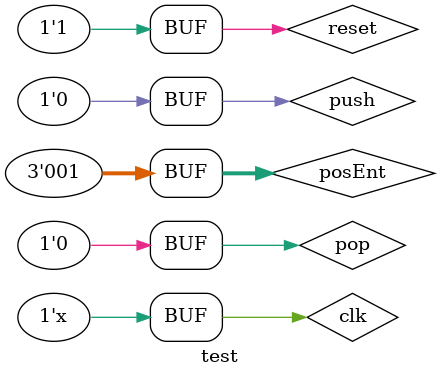
<source format=v>
`timescale 1ns / 1ps


module test;

	// Inputs
	reg clk;
	reg reset;
	reg [2:0] posEnt;
	reg push;
	reg pop;

	// Outputs
	wire [2:0] posSal;
	wire ptr;//lo puse para verificar en la simulación si lo suma o resta

	// Instantiate the Unit Under Test (UUT)
	body_stack uut (
		.clk(clk), 
		.reset(reset), 
		.posEnt(posEnt), 
		.posSal(posSal), 
		.push(push), 
		.pop(pop)
	);

	initial begin
		// Initialize Inputs
		clk = 0;
		reset = 0;
		posEnt = 0;
		push = 0;
		pop = 0;

		// Wait 100 ns for global reset to finish
		#100
		reset = 1;
		
		#10 posEnt = 1;
		push = 1;
		#10 push = 0;
		#10 posEnt = 2;
		push = 1;
		#10 push = 0;
		#10 posEnt = 3;
		push = 1;
		#10 push = 0;
		#10 posEnt = 2;
		push = 1;
		#10 push = 0;		
		#10 pop = 1;
		#10 pop = 0;
		#10 posEnt = 1;
		push = 1;
		#10 push = 0;		
		#10 pop = 1;
		#10 pop = 0;

	end
      		
		always
		begin
			#10 clk <=~clk;
		end
      
endmodule


</source>
